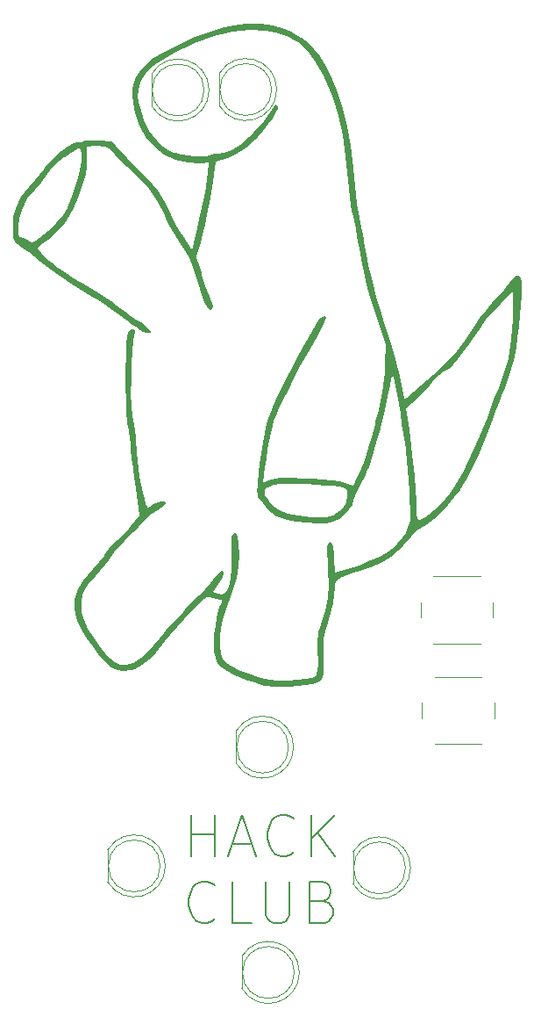
<source format=gbr>
%TF.GenerationSoftware,KiCad,Pcbnew,9.0.2*%
%TF.CreationDate,2025-07-01T09:30:54-07:00*%
%TF.ProjectId,solder,736f6c64-6572-42e6-9b69-6361645f7063,rev?*%
%TF.SameCoordinates,Original*%
%TF.FileFunction,Legend,Top*%
%TF.FilePolarity,Positive*%
%FSLAX46Y46*%
G04 Gerber Fmt 4.6, Leading zero omitted, Abs format (unit mm)*
G04 Created by KiCad (PCBNEW 9.0.2) date 2025-07-01 09:30:54*
%MOMM*%
%LPD*%
G01*
G04 APERTURE LIST*
%ADD10C,0.200000*%
%ADD11C,0.000000*%
%ADD12C,0.120000*%
G04 APERTURE END LIST*
D10*
X130993958Y-120940300D02*
X130993958Y-116940300D01*
X130993958Y-118845062D02*
X133279673Y-118845062D01*
X133279673Y-120940300D02*
X133279673Y-116940300D01*
X134993958Y-119797443D02*
X136898720Y-119797443D01*
X134613006Y-120940300D02*
X135946339Y-116940300D01*
X135946339Y-116940300D02*
X137279673Y-120940300D01*
X140898720Y-120559347D02*
X140708244Y-120749824D01*
X140708244Y-120749824D02*
X140136815Y-120940300D01*
X140136815Y-120940300D02*
X139755863Y-120940300D01*
X139755863Y-120940300D02*
X139184434Y-120749824D01*
X139184434Y-120749824D02*
X138803482Y-120368871D01*
X138803482Y-120368871D02*
X138613005Y-119987919D01*
X138613005Y-119987919D02*
X138422529Y-119226014D01*
X138422529Y-119226014D02*
X138422529Y-118654585D01*
X138422529Y-118654585D02*
X138613005Y-117892681D01*
X138613005Y-117892681D02*
X138803482Y-117511728D01*
X138803482Y-117511728D02*
X139184434Y-117130776D01*
X139184434Y-117130776D02*
X139755863Y-116940300D01*
X139755863Y-116940300D02*
X140136815Y-116940300D01*
X140136815Y-116940300D02*
X140708244Y-117130776D01*
X140708244Y-117130776D02*
X140898720Y-117321252D01*
X142613005Y-120940300D02*
X142613005Y-116940300D01*
X144898720Y-120940300D02*
X143184434Y-118654585D01*
X144898720Y-116940300D02*
X142613005Y-119226014D01*
X133279673Y-126999123D02*
X133089197Y-127189600D01*
X133089197Y-127189600D02*
X132517768Y-127380076D01*
X132517768Y-127380076D02*
X132136816Y-127380076D01*
X132136816Y-127380076D02*
X131565387Y-127189600D01*
X131565387Y-127189600D02*
X131184435Y-126808647D01*
X131184435Y-126808647D02*
X130993958Y-126427695D01*
X130993958Y-126427695D02*
X130803482Y-125665790D01*
X130803482Y-125665790D02*
X130803482Y-125094361D01*
X130803482Y-125094361D02*
X130993958Y-124332457D01*
X130993958Y-124332457D02*
X131184435Y-123951504D01*
X131184435Y-123951504D02*
X131565387Y-123570552D01*
X131565387Y-123570552D02*
X132136816Y-123380076D01*
X132136816Y-123380076D02*
X132517768Y-123380076D01*
X132517768Y-123380076D02*
X133089197Y-123570552D01*
X133089197Y-123570552D02*
X133279673Y-123761028D01*
X136898720Y-127380076D02*
X134993958Y-127380076D01*
X134993958Y-127380076D02*
X134993958Y-123380076D01*
X138232053Y-123380076D02*
X138232053Y-126618171D01*
X138232053Y-126618171D02*
X138422530Y-126999123D01*
X138422530Y-126999123D02*
X138613006Y-127189600D01*
X138613006Y-127189600D02*
X138993958Y-127380076D01*
X138993958Y-127380076D02*
X139755863Y-127380076D01*
X139755863Y-127380076D02*
X140136815Y-127189600D01*
X140136815Y-127189600D02*
X140327292Y-126999123D01*
X140327292Y-126999123D02*
X140517768Y-126618171D01*
X140517768Y-126618171D02*
X140517768Y-123380076D01*
X143755863Y-125284838D02*
X144327291Y-125475314D01*
X144327291Y-125475314D02*
X144517768Y-125665790D01*
X144517768Y-125665790D02*
X144708244Y-126046742D01*
X144708244Y-126046742D02*
X144708244Y-126618171D01*
X144708244Y-126618171D02*
X144517768Y-126999123D01*
X144517768Y-126999123D02*
X144327291Y-127189600D01*
X144327291Y-127189600D02*
X143946339Y-127380076D01*
X143946339Y-127380076D02*
X142422529Y-127380076D01*
X142422529Y-127380076D02*
X142422529Y-123380076D01*
X142422529Y-123380076D02*
X143755863Y-123380076D01*
X143755863Y-123380076D02*
X144136815Y-123570552D01*
X144136815Y-123570552D02*
X144327291Y-123761028D01*
X144327291Y-123761028D02*
X144517768Y-124141980D01*
X144517768Y-124141980D02*
X144517768Y-124522933D01*
X144517768Y-124522933D02*
X144327291Y-124903885D01*
X144327291Y-124903885D02*
X144136815Y-125094361D01*
X144136815Y-125094361D02*
X143755863Y-125284838D01*
X143755863Y-125284838D02*
X142422529Y-125284838D01*
D11*
%TO.C,G\u002A\u002A\u002A*%
G36*
X137816533Y-40722663D02*
G01*
X138908311Y-40841663D01*
X139838220Y-41075823D01*
X140710587Y-41461571D01*
X141629742Y-42035338D01*
X141683536Y-42072940D01*
X142347618Y-42589895D01*
X142919568Y-43159636D01*
X143439056Y-43834488D01*
X143945756Y-44666776D01*
X144479337Y-45708826D01*
X144546274Y-45848806D01*
X145172412Y-47321424D01*
X145690846Y-48891566D01*
X146110599Y-50598299D01*
X146440694Y-52480691D01*
X146690156Y-54577809D01*
X146767963Y-55467658D01*
X146846724Y-56355054D01*
X146936588Y-57201247D01*
X147030048Y-57945950D01*
X147119597Y-58528875D01*
X147191438Y-58868205D01*
X147289570Y-59276697D01*
X147415683Y-59888738D01*
X147556095Y-60633426D01*
X147697124Y-61439858D01*
X147752833Y-61777344D01*
X147946421Y-62914374D01*
X148145217Y-63942712D01*
X148365581Y-64927510D01*
X148623872Y-65933921D01*
X148936450Y-67027098D01*
X149319674Y-68272192D01*
X149617375Y-69203027D01*
X150252445Y-71237681D01*
X150767352Y-73039916D01*
X151160670Y-74604454D01*
X151427123Y-75903944D01*
X151525925Y-76384374D01*
X151625174Y-76729558D01*
X151705745Y-76875156D01*
X151715932Y-76875529D01*
X151854418Y-76771776D01*
X152154551Y-76515001D01*
X152574971Y-76141515D01*
X153074317Y-75687631D01*
X153185079Y-75585737D01*
X153772441Y-75049968D01*
X154364572Y-74519619D01*
X154891978Y-74056376D01*
X155280909Y-73725428D01*
X155920951Y-73114217D01*
X156646928Y-72271137D01*
X157439149Y-71221030D01*
X158277920Y-69988740D01*
X158431760Y-69750376D01*
X158898282Y-69079194D01*
X159470495Y-68338904D01*
X160052480Y-67651220D01*
X160285038Y-67398655D01*
X160776050Y-66865579D01*
X161244765Y-66325557D01*
X161625384Y-65855876D01*
X161791617Y-65628983D01*
X162146372Y-65199945D01*
X162465621Y-64987741D01*
X162719701Y-65004633D01*
X162855310Y-65189242D01*
X162921113Y-65548169D01*
X162944868Y-66135321D01*
X162930448Y-66905153D01*
X162881728Y-67812118D01*
X162802580Y-68810670D01*
X162696880Y-69855265D01*
X162568500Y-70900355D01*
X162421314Y-71900396D01*
X162259197Y-72809841D01*
X162171875Y-73224730D01*
X161972308Y-73996222D01*
X161721859Y-74794151D01*
X161459478Y-75499672D01*
X161330336Y-75792489D01*
X161089270Y-76340390D01*
X160802490Y-77060136D01*
X160505920Y-77858252D01*
X160235485Y-78641264D01*
X160235480Y-78641278D01*
X159834815Y-79752519D01*
X159334274Y-80979331D01*
X158768843Y-82246627D01*
X158173503Y-83479321D01*
X157583239Y-84602327D01*
X157033033Y-85540559D01*
X156988247Y-85610921D01*
X156470659Y-86331022D01*
X155840290Y-87074213D01*
X155151193Y-87787460D01*
X154457418Y-88417732D01*
X153813018Y-88911997D01*
X153345218Y-89185229D01*
X152706348Y-89589685D01*
X152265582Y-90111086D01*
X151970762Y-90505455D01*
X151551410Y-90986920D01*
X151091715Y-91459560D01*
X151031635Y-91517007D01*
X150327208Y-92099826D01*
X149525517Y-92590434D01*
X148571330Y-93016494D01*
X147409415Y-93405663D01*
X147059871Y-93506062D01*
X146444889Y-93696745D01*
X145881105Y-93904898D01*
X145459108Y-94095851D01*
X145347885Y-94161270D01*
X145049337Y-94406449D01*
X144921433Y-94682462D01*
X144896792Y-95041910D01*
X144846105Y-95714286D01*
X144707003Y-96562198D01*
X144496176Y-97504252D01*
X144230317Y-98459057D01*
X144134239Y-98760378D01*
X143985505Y-99234699D01*
X143885681Y-99641321D01*
X143826939Y-100053560D01*
X143801447Y-100544733D01*
X143801376Y-101188157D01*
X143812382Y-101773980D01*
X143826784Y-102541811D01*
X143826173Y-103082570D01*
X143804756Y-103446629D01*
X143756739Y-103684358D01*
X143676329Y-103846128D01*
X143558458Y-103981579D01*
X143234548Y-104194542D01*
X142788510Y-104362041D01*
X142647993Y-104394095D01*
X142052827Y-104476250D01*
X141301257Y-104538204D01*
X140475362Y-104577593D01*
X139657222Y-104592056D01*
X138928916Y-104579229D01*
X138372524Y-104536749D01*
X138264619Y-104520283D01*
X137801745Y-104409491D01*
X137187205Y-104224543D01*
X136525630Y-103997921D01*
X136252051Y-103895481D01*
X135263290Y-103490825D01*
X134512834Y-103116028D01*
X133969304Y-102735152D01*
X133601318Y-102312262D01*
X133377498Y-101811421D01*
X133266462Y-101196694D01*
X133236827Y-100442485D01*
X133271160Y-99634002D01*
X133365005Y-98779947D01*
X133504630Y-97960398D01*
X133676302Y-97255437D01*
X133866291Y-96745145D01*
X133873138Y-96731726D01*
X134023661Y-96422443D01*
X134017710Y-96270434D01*
X133811287Y-96197425D01*
X133549122Y-96155312D01*
X133124590Y-96078907D01*
X132777958Y-95998964D01*
X132749672Y-95990768D01*
X132541179Y-95999343D01*
X132264498Y-96158275D01*
X131874946Y-96496161D01*
X131708688Y-96657045D01*
X131053598Y-97323598D01*
X130348569Y-98077149D01*
X129648757Y-98855707D01*
X129009315Y-99597278D01*
X128485399Y-100239871D01*
X128277037Y-100514172D01*
X127645403Y-101281803D01*
X126952070Y-101962323D01*
X126249847Y-102512543D01*
X125591539Y-102889274D01*
X125212492Y-103020590D01*
X124536475Y-103107696D01*
X123940368Y-103013729D01*
X123360724Y-102716204D01*
X122734097Y-102192633D01*
X122652495Y-102113315D01*
X122094248Y-101499384D01*
X121512260Y-100750141D01*
X120957174Y-99941094D01*
X120479631Y-99147754D01*
X120130273Y-98445629D01*
X120043097Y-98222543D01*
X119795062Y-97176281D01*
X119812736Y-96189392D01*
X120099417Y-95247998D01*
X120658402Y-94338224D01*
X121082625Y-93846803D01*
X121592517Y-93273366D01*
X122140658Y-92597714D01*
X122619129Y-91953629D01*
X122674684Y-91873194D01*
X123056856Y-91354921D01*
X123448735Y-90891893D01*
X123784282Y-90560051D01*
X123881687Y-90485216D01*
X124185827Y-90231935D01*
X124591328Y-89829311D01*
X125029417Y-89347350D01*
X125214766Y-89128208D01*
X126067216Y-88094919D01*
X125688801Y-85450066D01*
X125556791Y-84491379D01*
X125429516Y-83502010D01*
X125316796Y-82563053D01*
X125228455Y-81755606D01*
X125183550Y-81278436D01*
X125114284Y-80590333D01*
X125028102Y-79946049D01*
X124937659Y-79432029D01*
X124878738Y-79196469D01*
X124828575Y-78895410D01*
X124787232Y-78363716D01*
X124754810Y-77648209D01*
X124731410Y-76795714D01*
X124717133Y-75853053D01*
X124712079Y-74867051D01*
X124716350Y-73884529D01*
X124730047Y-72952312D01*
X124753270Y-72117223D01*
X124786120Y-71426085D01*
X124828698Y-70925721D01*
X124860497Y-70729803D01*
X124990927Y-70343636D01*
X125179336Y-70163432D01*
X125312000Y-70128202D01*
X125509198Y-70120440D01*
X125588499Y-70219702D01*
X125580343Y-70494791D01*
X125557640Y-70683393D01*
X125399616Y-72135912D01*
X125291748Y-73591717D01*
X125234188Y-75005569D01*
X125227090Y-76332231D01*
X125270606Y-77526463D01*
X125364890Y-78543027D01*
X125510094Y-79336685D01*
X125528141Y-79404666D01*
X125625564Y-79903169D01*
X125700734Y-80562224D01*
X125741463Y-81264967D01*
X125745269Y-81486633D01*
X125772017Y-82062044D01*
X125841309Y-82760894D01*
X125944447Y-83537633D01*
X126072736Y-84346706D01*
X126217478Y-85142562D01*
X126369976Y-85879648D01*
X126521533Y-86512411D01*
X126663454Y-86995299D01*
X126787041Y-87282760D01*
X126863258Y-87342522D01*
X127092597Y-87236552D01*
X127408370Y-87037664D01*
X127430740Y-87021868D01*
X127804851Y-86821010D01*
X128174114Y-86723562D01*
X128460585Y-86738369D01*
X128586320Y-86874273D01*
X128587100Y-86890677D01*
X128475106Y-87056990D01*
X128181802Y-87300010D01*
X127779834Y-87561507D01*
X127234010Y-87935374D01*
X126667756Y-88408077D01*
X126322830Y-88750360D01*
X125936080Y-89166561D01*
X125432006Y-89694267D01*
X124890835Y-90249963D01*
X124602665Y-90541057D01*
X124095041Y-91076933D01*
X123605715Y-91639641D01*
X123205945Y-92145187D01*
X123042648Y-92379961D01*
X122699140Y-92857706D01*
X122242944Y-93414418D01*
X121764804Y-93940184D01*
X121699346Y-94007017D01*
X121127291Y-94631867D01*
X120750796Y-95182507D01*
X120533817Y-95737758D01*
X120440314Y-96376445D01*
X120428468Y-96786334D01*
X120490693Y-97494288D01*
X120693193Y-98215771D01*
X121055424Y-98994733D01*
X121596842Y-99875119D01*
X122125208Y-100618979D01*
X122706917Y-101353298D01*
X123218587Y-101878170D01*
X123707583Y-102235696D01*
X124195514Y-102459119D01*
X124795240Y-102524853D01*
X125457528Y-102324881D01*
X126183645Y-101858360D01*
X126974855Y-101124452D01*
X127832422Y-100122315D01*
X127959466Y-99958456D01*
X128392998Y-99415500D01*
X128845399Y-98885231D01*
X129238841Y-98457847D01*
X129346847Y-98350568D01*
X129784954Y-97893917D01*
X130231777Y-97371554D01*
X130408094Y-97144074D01*
X130767823Y-96724180D01*
X131250490Y-96246783D01*
X131752268Y-95814502D01*
X131757385Y-95810476D01*
X132371015Y-95253978D01*
X132932850Y-94614496D01*
X133174105Y-94276927D01*
X133503756Y-93816606D01*
X133786824Y-93517803D01*
X133965515Y-93424459D01*
X134171694Y-93514552D01*
X134174005Y-93782166D01*
X133974515Y-94218672D01*
X133660629Y-94698215D01*
X133112847Y-95463185D01*
X133625930Y-95623476D01*
X133978657Y-95711661D01*
X134191518Y-95674228D01*
X134380097Y-95492553D01*
X134589886Y-95155706D01*
X134742608Y-94700614D01*
X134843979Y-94089908D01*
X134899714Y-93286222D01*
X134915529Y-92252188D01*
X134914298Y-92000168D01*
X134912001Y-91187920D01*
X134922164Y-90612034D01*
X134948641Y-90231408D01*
X134995286Y-90004941D01*
X135065951Y-89891533D01*
X135114653Y-89863139D01*
X135299838Y-89826287D01*
X135425801Y-89915923D01*
X135514169Y-90176757D01*
X135586569Y-90653500D01*
X135613800Y-90895051D01*
X135662394Y-91938097D01*
X135603313Y-93029907D01*
X135447649Y-94075753D01*
X135206497Y-94980907D01*
X135104232Y-95246281D01*
X134637786Y-96386841D01*
X134294489Y-97350763D01*
X134057034Y-98200853D01*
X133908116Y-98999913D01*
X133830429Y-99810749D01*
X133826504Y-99883233D01*
X133810497Y-100743220D01*
X133884867Y-101404676D01*
X134083242Y-101916752D01*
X134439253Y-102328600D01*
X134986531Y-102689371D01*
X135758704Y-103048218D01*
X136082182Y-103180009D01*
X137027353Y-103535044D01*
X137844562Y-103781355D01*
X138615732Y-103930498D01*
X139422791Y-103994033D01*
X140347662Y-103983518D01*
X141336133Y-103921253D01*
X142071614Y-103861077D01*
X142599389Y-103784549D01*
X142952212Y-103649829D01*
X143162838Y-103415078D01*
X143264022Y-103038456D01*
X143288519Y-102478124D01*
X143269082Y-101692243D01*
X143261406Y-101461989D01*
X143239911Y-100686693D01*
X143239810Y-100116795D01*
X143268573Y-99680447D01*
X143333674Y-99305800D01*
X143442585Y-98921005D01*
X143562298Y-98568904D01*
X143959681Y-97271873D01*
X144200192Y-96045029D01*
X144298368Y-94780899D01*
X144268745Y-93372011D01*
X144267677Y-93353846D01*
X144217405Y-92479444D01*
X144186378Y-91840413D01*
X144175538Y-91395133D01*
X144185831Y-91101982D01*
X144218198Y-90919341D01*
X144273584Y-90805589D01*
X144326837Y-90744382D01*
X144498676Y-90656509D01*
X144633507Y-90788005D01*
X144736884Y-91154959D01*
X144814360Y-91773457D01*
X144849978Y-92259676D01*
X144934145Y-93641222D01*
X146684666Y-93068686D01*
X147431986Y-92812000D01*
X148169162Y-92537516D01*
X148810785Y-92278282D01*
X149267974Y-92069126D01*
X149810059Y-91733217D01*
X150381559Y-91283694D01*
X150929485Y-90773769D01*
X151400853Y-90256656D01*
X151742673Y-89785568D01*
X151899737Y-89426126D01*
X152012991Y-89062743D01*
X152110297Y-88848585D01*
X152159566Y-88599345D01*
X152182109Y-88116906D01*
X152180034Y-87444163D01*
X152155448Y-86624010D01*
X152110459Y-85699342D01*
X152047172Y-84713054D01*
X151967696Y-83708041D01*
X151874138Y-82727198D01*
X151768605Y-81813419D01*
X151762271Y-81764229D01*
X151664868Y-81059561D01*
X151537326Y-80205824D01*
X151388920Y-79258625D01*
X151228922Y-78273570D01*
X151141869Y-77754787D01*
X151808199Y-77754787D01*
X152099001Y-79794207D01*
X152311992Y-81377827D01*
X152492662Y-82904272D01*
X152636599Y-84327150D01*
X152739393Y-85600070D01*
X152796631Y-86676639D01*
X152807319Y-87242795D01*
X152821888Y-87898594D01*
X152863436Y-88345488D01*
X152928721Y-88553785D01*
X152951646Y-88565322D01*
X153157771Y-88506259D01*
X153495695Y-88358892D01*
X153610936Y-88301652D01*
X153986940Y-88046165D01*
X154474865Y-87626024D01*
X155018832Y-87097715D01*
X155562964Y-86517725D01*
X156051383Y-85942540D01*
X156377024Y-85505444D01*
X156805819Y-84813274D01*
X157294620Y-83921260D01*
X157814275Y-82892448D01*
X158335630Y-81789882D01*
X158829534Y-80676607D01*
X159266832Y-79615666D01*
X159618373Y-78670106D01*
X159800017Y-78103041D01*
X160032498Y-77400370D01*
X160328494Y-76639842D01*
X160624808Y-75983580D01*
X160630999Y-75971250D01*
X161216568Y-74554425D01*
X161659312Y-72924803D01*
X161953722Y-71110842D01*
X162094284Y-69141002D01*
X162106214Y-68354237D01*
X162106772Y-66395064D01*
X160879009Y-67660247D01*
X160216851Y-68393510D01*
X159513522Y-69257514D01*
X158859582Y-70138652D01*
X158598204Y-70521606D01*
X157901036Y-71556903D01*
X157310003Y-72382137D01*
X156797131Y-73030295D01*
X156334443Y-73534364D01*
X155893963Y-73927332D01*
X155447716Y-74242184D01*
X155437338Y-74248659D01*
X155009328Y-74537830D01*
X154676437Y-74804734D01*
X154513637Y-74987481D01*
X154353320Y-75216698D01*
X154041985Y-75582030D01*
X153630718Y-76029294D01*
X153170604Y-76504308D01*
X152712731Y-76952890D01*
X152337171Y-77295847D01*
X151808199Y-77754787D01*
X151141869Y-77754787D01*
X151066606Y-77306267D01*
X150911244Y-76412321D01*
X150772110Y-75647340D01*
X150658478Y-75066931D01*
X150604943Y-74824338D01*
X150524799Y-74520088D01*
X150472434Y-74464808D01*
X150415797Y-74636395D01*
X150403681Y-74685540D01*
X150339136Y-74980547D01*
X150242000Y-75459506D01*
X150130199Y-76033409D01*
X150096191Y-76212316D01*
X149929733Y-77023921D01*
X149714733Y-77968022D01*
X149465329Y-78991648D01*
X149195661Y-80041832D01*
X148919870Y-81065604D01*
X148652095Y-82009998D01*
X148406478Y-82822043D01*
X148197157Y-83448771D01*
X148091582Y-83721575D01*
X147803524Y-84349780D01*
X147469158Y-85008282D01*
X147183152Y-85516471D01*
X146932471Y-85980727D01*
X146757884Y-86402633D01*
X146700215Y-86664218D01*
X146588440Y-87069074D01*
X146291435Y-87539800D01*
X145866677Y-88007537D01*
X145371643Y-88403427D01*
X145129596Y-88545839D01*
X144757542Y-88717146D01*
X144404233Y-88817100D01*
X143977492Y-88861048D01*
X143385141Y-88864342D01*
X143234682Y-88861384D01*
X142209934Y-88803697D01*
X141212295Y-88683493D01*
X140310263Y-88512834D01*
X139572342Y-88303779D01*
X139214235Y-88153572D01*
X138782606Y-87854872D01*
X138366051Y-87444822D01*
X138235655Y-87277672D01*
X137948821Y-86886053D01*
X137687652Y-86558533D01*
X137593566Y-86453331D01*
X137487272Y-86304909D01*
X137428748Y-86091160D01*
X137413113Y-85754578D01*
X138109643Y-85754578D01*
X138178249Y-86114535D01*
X138457041Y-86611019D01*
X138528590Y-86716909D01*
X138987670Y-87227379D01*
X139599259Y-87627001D01*
X140388346Y-87923668D01*
X141379920Y-88125269D01*
X142598971Y-88239697D01*
X143445992Y-88269719D01*
X144005709Y-88264752D01*
X144402133Y-88206737D01*
X144748360Y-88068468D01*
X145069210Y-87879245D01*
X145672578Y-87384509D01*
X146023688Y-86810165D01*
X146144606Y-86119116D01*
X146145024Y-86070418D01*
X146134751Y-85813883D01*
X146080407Y-85619729D01*
X145946706Y-85476553D01*
X145698358Y-85372949D01*
X145300078Y-85297513D01*
X144716578Y-85238839D01*
X143912570Y-85185524D01*
X143299668Y-85150810D01*
X142028091Y-85088027D01*
X141000691Y-85055709D01*
X140185633Y-85054742D01*
X139551077Y-85086012D01*
X139065189Y-85150406D01*
X138696129Y-85248810D01*
X138612521Y-85281267D01*
X138253607Y-85490405D01*
X138109643Y-85754578D01*
X137413113Y-85754578D01*
X137413012Y-85752396D01*
X137435082Y-85228929D01*
X137460335Y-84857156D01*
X137536726Y-84047026D01*
X137653906Y-83107326D01*
X137801126Y-82101768D01*
X137967637Y-81094066D01*
X138142692Y-80147933D01*
X138315541Y-79327082D01*
X138475435Y-78695225D01*
X138529011Y-78522542D01*
X138703829Y-78073649D01*
X138983764Y-77442379D01*
X139349391Y-76666043D01*
X139781282Y-75781955D01*
X140260010Y-74827425D01*
X140766149Y-73839765D01*
X141280271Y-72856286D01*
X141782949Y-71914302D01*
X142254757Y-71051123D01*
X142676266Y-70304062D01*
X143028052Y-69710429D01*
X143290685Y-69307537D01*
X143396672Y-69173642D01*
X143698950Y-68927508D01*
X143937534Y-68867614D01*
X144057845Y-69002841D01*
X144063056Y-69065203D01*
X143997133Y-69249548D01*
X143814342Y-69630493D01*
X143537147Y-70164542D01*
X143188015Y-70808201D01*
X142862226Y-71390066D01*
X142204584Y-72565091D01*
X141564304Y-73739853D01*
X140958264Y-74881053D01*
X140403342Y-75955388D01*
X139916418Y-76929559D01*
X139514369Y-77770263D01*
X139214075Y-78444201D01*
X139032412Y-78918070D01*
X139011133Y-78988272D01*
X138897937Y-79448707D01*
X138755361Y-80114186D01*
X138596312Y-80915398D01*
X138433691Y-81783032D01*
X138280405Y-82647776D01*
X138149356Y-83440319D01*
X138053449Y-84091349D01*
X138036643Y-84222507D01*
X137947820Y-84945812D01*
X138472378Y-84708339D01*
X138768524Y-84603281D01*
X139142885Y-84534299D01*
X139652134Y-84495933D01*
X140352947Y-84482719D01*
X140801308Y-84483898D01*
X141772231Y-84506685D01*
X142769709Y-84557940D01*
X143740569Y-84632372D01*
X144631639Y-84724686D01*
X145389746Y-84829590D01*
X145961717Y-84941791D01*
X146228413Y-85024116D01*
X146658797Y-85202704D01*
X147153039Y-84281554D01*
X147406516Y-83767726D01*
X147650559Y-83178583D01*
X147897464Y-82476077D01*
X148159527Y-81622163D01*
X148449046Y-80578793D01*
X148778315Y-79307920D01*
X148841347Y-79057671D01*
X149122994Y-77919667D01*
X149339818Y-76995866D01*
X149500600Y-76232810D01*
X149614120Y-75577042D01*
X149689159Y-74975104D01*
X149734498Y-74373540D01*
X149758918Y-73718892D01*
X149764689Y-73436360D01*
X149794518Y-71701387D01*
X148953077Y-69064229D01*
X148559377Y-67815806D01*
X148241815Y-66767783D01*
X147985086Y-65858456D01*
X147773887Y-65026123D01*
X147592914Y-64209080D01*
X147426863Y-63345623D01*
X147260430Y-62374051D01*
X147197411Y-61985540D01*
X147060649Y-61172152D01*
X146919656Y-60400460D01*
X146787348Y-59736764D01*
X146676640Y-59247363D01*
X146632514Y-59085773D01*
X146554643Y-58730099D01*
X146465300Y-58155567D01*
X146371904Y-57420274D01*
X146281875Y-56582313D01*
X146207086Y-55754625D01*
X145970062Y-53462635D01*
X145649504Y-51403671D01*
X145237346Y-49543618D01*
X144725520Y-47848362D01*
X144105960Y-46283788D01*
X143826731Y-45688066D01*
X143082924Y-44371000D01*
X142260087Y-43309585D01*
X141338454Y-42488278D01*
X140298262Y-41891534D01*
X139119744Y-41503810D01*
X138328182Y-41363772D01*
X136721182Y-41291338D01*
X135017801Y-41470838D01*
X133230614Y-41898889D01*
X131372196Y-42572105D01*
X129455123Y-43487102D01*
X128540016Y-43998191D01*
X127691886Y-44530176D01*
X127061142Y-45019143D01*
X126601278Y-45508215D01*
X126265788Y-46040515D01*
X126206899Y-46161579D01*
X126010859Y-46646455D01*
X125911874Y-47099671D01*
X125906348Y-47602396D01*
X125990687Y-48235800D01*
X126091980Y-48755974D01*
X126444677Y-49980489D01*
X126967241Y-51023711D01*
X127690235Y-51944457D01*
X127815922Y-52073698D01*
X128322155Y-52540041D01*
X128791247Y-52856142D01*
X129345389Y-53099077D01*
X129559782Y-53173667D01*
X130109934Y-53319143D01*
X130739466Y-53426434D01*
X131383112Y-53491880D01*
X131975609Y-53511818D01*
X132451691Y-53482588D01*
X132746095Y-53400529D01*
X132796440Y-53355229D01*
X132980821Y-53269318D01*
X133336580Y-53222611D01*
X133514423Y-53219524D01*
X134221452Y-53135364D01*
X134952248Y-52851055D01*
X135732677Y-52351563D01*
X136588609Y-51621852D01*
X137060124Y-51158674D01*
X137576276Y-50607030D01*
X138050407Y-50054919D01*
X138429564Y-49566852D01*
X138659058Y-49210730D01*
X138950961Y-48722396D01*
X139187631Y-48495621D01*
X139364658Y-48533654D01*
X139426573Y-48645411D01*
X139393217Y-48885884D01*
X139201396Y-49284798D01*
X138882031Y-49797635D01*
X138466045Y-50379877D01*
X137984359Y-50987009D01*
X137467895Y-51574513D01*
X137194516Y-51858823D01*
X136334142Y-52620454D01*
X135432815Y-53235212D01*
X134551721Y-53665421D01*
X133983873Y-53835735D01*
X133445024Y-53947689D01*
X133152967Y-55884648D01*
X132985576Y-56921075D01*
X132791641Y-58000073D01*
X132581551Y-59073704D01*
X132365697Y-60094031D01*
X132154469Y-61013115D01*
X131958257Y-61783018D01*
X131787452Y-62355802D01*
X131699964Y-62588411D01*
X131542917Y-63020114D01*
X131528230Y-63314600D01*
X131587244Y-63472797D01*
X131694199Y-63734708D01*
X131844606Y-64180593D01*
X132010493Y-64726176D01*
X132055110Y-64882495D01*
X132256709Y-65533827D01*
X132491737Y-66196680D01*
X132712414Y-66737117D01*
X132731416Y-66778338D01*
X133010074Y-67442966D01*
X133124518Y-67902900D01*
X133076973Y-68175614D01*
X132921488Y-68271216D01*
X132743901Y-68220261D01*
X132550522Y-67982333D01*
X132332102Y-67537640D01*
X132079387Y-66866388D01*
X131783128Y-65948785D01*
X131686006Y-65627958D01*
X131377509Y-64647823D01*
X131083449Y-63851540D01*
X130762444Y-63151033D01*
X130373111Y-62458227D01*
X129874068Y-61685049D01*
X129741766Y-61490026D01*
X129326074Y-60840014D01*
X128929463Y-60148232D01*
X128607341Y-59514753D01*
X128465202Y-59184410D01*
X127836657Y-57894288D01*
X126941707Y-56606909D01*
X125791304Y-55336529D01*
X124840119Y-54465208D01*
X124378147Y-54043084D01*
X123965561Y-53617364D01*
X123678491Y-53267669D01*
X123641317Y-53211407D01*
X123240680Y-52760453D01*
X122699149Y-52505691D01*
X121980344Y-52432626D01*
X121716608Y-52444547D01*
X120953220Y-52499558D01*
X120949929Y-53842003D01*
X120931815Y-54582361D01*
X120868489Y-55168571D01*
X120740165Y-55722917D01*
X120553036Y-56294830D01*
X120109776Y-57476400D01*
X119690037Y-58435093D01*
X119266154Y-59220866D01*
X118810461Y-59883677D01*
X118295294Y-60473484D01*
X118168219Y-60601372D01*
X117686041Y-61057707D01*
X117207026Y-61479608D01*
X116810879Y-61797887D01*
X116697651Y-61877933D01*
X116380021Y-62109237D01*
X116189313Y-62288852D01*
X116164696Y-62337052D01*
X116263487Y-62482076D01*
X116526115Y-62756927D01*
X116901962Y-63115170D01*
X117340410Y-63510369D01*
X117790840Y-63896088D01*
X118202635Y-64225894D01*
X118316062Y-64310637D01*
X118615664Y-64513668D01*
X119103527Y-64826291D01*
X119728962Y-65216811D01*
X120441281Y-65653531D01*
X121083080Y-66040912D01*
X121859524Y-66517736D01*
X122618390Y-67004751D01*
X123300503Y-67462468D01*
X123846681Y-67851398D01*
X124136632Y-68078526D01*
X124654724Y-68491258D01*
X125205549Y-68889660D01*
X125670301Y-69187823D01*
X125672346Y-69188997D01*
X126175177Y-69506496D01*
X126622052Y-69840485D01*
X126956359Y-70143582D01*
X127121485Y-70368403D01*
X127129723Y-70408776D01*
X127021916Y-70515587D01*
X126752014Y-70501999D01*
X126400296Y-70382941D01*
X126110166Y-70219172D01*
X125835204Y-70023218D01*
X125395011Y-69702687D01*
X124846589Y-69299350D01*
X124246941Y-68854979D01*
X124145570Y-68779524D01*
X123450851Y-68279452D01*
X122702916Y-67769632D01*
X121993839Y-67311324D01*
X121439013Y-66978842D01*
X119423547Y-65749836D01*
X117457304Y-64369040D01*
X116466512Y-63594455D01*
X115905648Y-63146892D01*
X115370588Y-62735803D01*
X114926634Y-62410458D01*
X114665535Y-62235626D01*
X114258134Y-61960140D01*
X114003092Y-61680104D01*
X113865867Y-61320648D01*
X113811915Y-60806903D01*
X113810819Y-60736430D01*
X114364113Y-60736430D01*
X114372270Y-61039051D01*
X114429543Y-61182067D01*
X114546965Y-61223812D01*
X114584967Y-61225239D01*
X114877658Y-61310021D01*
X115193111Y-61499748D01*
X115488771Y-61700761D01*
X115733697Y-61748518D01*
X116018290Y-61634142D01*
X116386767Y-61382538D01*
X117245860Y-60684002D01*
X118013097Y-59921827D01*
X118635243Y-59154777D01*
X119059063Y-58441615D01*
X119067262Y-58423646D01*
X119619487Y-57101052D01*
X120037672Y-55880699D01*
X120315024Y-54790990D01*
X120444748Y-53860325D01*
X120420053Y-53117103D01*
X120380813Y-52932299D01*
X120330079Y-52786594D01*
X120247743Y-52718393D01*
X120094324Y-52742828D01*
X119830340Y-52875026D01*
X119416308Y-53130118D01*
X118812748Y-53523234D01*
X118776344Y-53547141D01*
X118008435Y-54139519D01*
X117428156Y-54803304D01*
X117329500Y-54948040D01*
X116978929Y-55435252D01*
X116520071Y-56009558D01*
X116040921Y-56561761D01*
X115947247Y-56663316D01*
X115230446Y-57556447D01*
X114751797Y-58474563D01*
X114477038Y-59496029D01*
X114394035Y-60215868D01*
X114364113Y-60736430D01*
X113810819Y-60736430D01*
X113805133Y-60370778D01*
X113887708Y-59276823D01*
X114152563Y-58301689D01*
X114625390Y-57384342D01*
X115331883Y-56463746D01*
X115551570Y-56222147D01*
X115995539Y-55730330D01*
X116384675Y-55268198D01*
X116666745Y-54899421D01*
X116768672Y-54738518D01*
X117045733Y-54329848D01*
X117459746Y-53873882D01*
X117963882Y-53406170D01*
X118511314Y-52962259D01*
X119055212Y-52577697D01*
X119548749Y-52288032D01*
X119945095Y-52128812D01*
X120197422Y-52135586D01*
X120197512Y-52135642D01*
X120410884Y-52133808D01*
X120538744Y-52059906D01*
X120810982Y-51971869D01*
X121355022Y-51934372D01*
X122079271Y-51943858D01*
X123421844Y-51992098D01*
X123783707Y-52477016D01*
X124017864Y-52753024D01*
X124404565Y-53167778D01*
X124894266Y-53669710D01*
X125437424Y-54207253D01*
X125561100Y-54327029D01*
X126806359Y-55605855D01*
X127794518Y-56793444D01*
X128529016Y-57894355D01*
X129005092Y-58891005D01*
X129249942Y-59452975D01*
X129599352Y-60135768D01*
X129997407Y-60833698D01*
X130229603Y-61205431D01*
X131076450Y-62507289D01*
X131527696Y-60719638D01*
X131920157Y-59102201D01*
X132221602Y-57715473D01*
X132437766Y-56529971D01*
X132574380Y-55516215D01*
X132606427Y-55172401D01*
X132696761Y-54049972D01*
X131960510Y-54110603D01*
X130690646Y-54084753D01*
X129499749Y-53805619D01*
X128412922Y-53292241D01*
X127455271Y-52563655D01*
X126651902Y-51638899D01*
X126027920Y-50537011D01*
X125613174Y-49297363D01*
X125416579Y-48335709D01*
X125334337Y-47562075D01*
X125368760Y-46910503D01*
X125522157Y-46315035D01*
X125734624Y-45829701D01*
X126025570Y-45326826D01*
X126378187Y-44877865D01*
X126828673Y-44454785D01*
X127413224Y-44029554D01*
X128168036Y-43574140D01*
X129129307Y-43060511D01*
X129650355Y-42797189D01*
X131205354Y-42062754D01*
X132599739Y-41499106D01*
X133881622Y-41094024D01*
X135099116Y-40835285D01*
X136300334Y-40710666D01*
X137533387Y-40707945D01*
X137816533Y-40722663D01*
G37*
D12*
%TO.C,SW1*%
X153185000Y-96450000D02*
X153185000Y-97950000D01*
X154435000Y-100450000D02*
X158935000Y-100450000D01*
X158935000Y-93950000D02*
X154435000Y-93950000D01*
X160185000Y-97950000D02*
X160185000Y-96450000D01*
%TO.C,D4*%
X122980000Y-120335000D02*
X122980000Y-123425000D01*
X122980000Y-120335170D02*
G75*
G02*
X128530000Y-121880000I2560000J-1544830D01*
G01*
X128530000Y-121880000D02*
G75*
G02*
X122980000Y-123424830I-2990000J0D01*
G01*
X128040000Y-121880000D02*
G75*
G02*
X123040000Y-121880000I-2500000J0D01*
G01*
X123040000Y-121880000D02*
G75*
G02*
X128040000Y-121880000I2500000J0D01*
G01*
%TO.C,D6*%
X146665000Y-120525000D02*
X146665000Y-123615000D01*
X146665000Y-120525170D02*
G75*
G02*
X152215000Y-122070000I2560000J-1544830D01*
G01*
X152215000Y-122070000D02*
G75*
G02*
X146665000Y-123614830I-2990000J0D01*
G01*
X151725000Y-122070000D02*
G75*
G02*
X146725000Y-122070000I-2500000J0D01*
G01*
X146725000Y-122070000D02*
G75*
G02*
X151725000Y-122070000I2500000J0D01*
G01*
%TO.C,D2*%
X133745567Y-45487545D02*
X133745567Y-48577545D01*
X133745567Y-45487715D02*
G75*
G02*
X139295567Y-47032545I2560000J-1544830D01*
G01*
X139295567Y-47032545D02*
G75*
G02*
X133745567Y-48577375I-2990000J0D01*
G01*
X138805567Y-47032545D02*
G75*
G02*
X133805567Y-47032545I-2500000J0D01*
G01*
X133805567Y-47032545D02*
G75*
G02*
X138805567Y-47032545I2500000J0D01*
G01*
%TO.C,SW2*%
X153335000Y-106150000D02*
X153335000Y-107650000D01*
X154585000Y-110150000D02*
X159085000Y-110150000D01*
X159085000Y-103650000D02*
X154585000Y-103650000D01*
X160335000Y-107650000D02*
X160335000Y-106150000D01*
%TO.C,D5*%
X135930000Y-130605000D02*
X135930000Y-133695000D01*
X135930000Y-130605170D02*
G75*
G02*
X141480000Y-132150000I2560000J-1544830D01*
G01*
X141480000Y-132150000D02*
G75*
G02*
X135930000Y-133694830I-2990000J0D01*
G01*
X140990000Y-132150000D02*
G75*
G02*
X135990000Y-132150000I-2500000J0D01*
G01*
X135990000Y-132150000D02*
G75*
G02*
X140990000Y-132150000I2500000J0D01*
G01*
%TO.C,D3*%
X135370000Y-108885000D02*
X135370000Y-111975000D01*
X135370000Y-108885170D02*
G75*
G02*
X140920000Y-110430000I2560000J-1544830D01*
G01*
X140920000Y-110430000D02*
G75*
G02*
X135370000Y-111974830I-2990000J0D01*
G01*
X140430000Y-110430000D02*
G75*
G02*
X135430000Y-110430000I-2500000J0D01*
G01*
X135430000Y-110430000D02*
G75*
G02*
X140430000Y-110430000I2500000J0D01*
G01*
%TO.C,D1*%
X127212285Y-45532420D02*
X127212285Y-48622420D01*
X127212285Y-45532590D02*
G75*
G02*
X132762285Y-47077420I2560000J-1544830D01*
G01*
X132762285Y-47077420D02*
G75*
G02*
X127212285Y-48622250I-2990000J0D01*
G01*
X132272285Y-47077420D02*
G75*
G02*
X127272285Y-47077420I-2500000J0D01*
G01*
X127272285Y-47077420D02*
G75*
G02*
X132272285Y-47077420I2500000J0D01*
G01*
%TD*%
M02*

</source>
